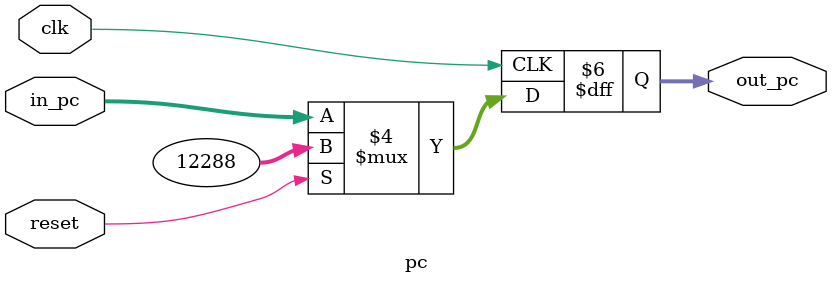
<source format=v>

module pc (
    in_pc,clk,reset,out_pc
);

input[31:0] in_pc;
input clk,reset;
output reg[31:0] out_pc;

initial begin
    out_pc=32'h00003000;  // 0x00003000
end

always @(posedge clk) begin
    out_pc=in_pc;
    if(reset)
        out_pc=32'h00003000;   // 0x00003000
end
    
endmodule
</source>
